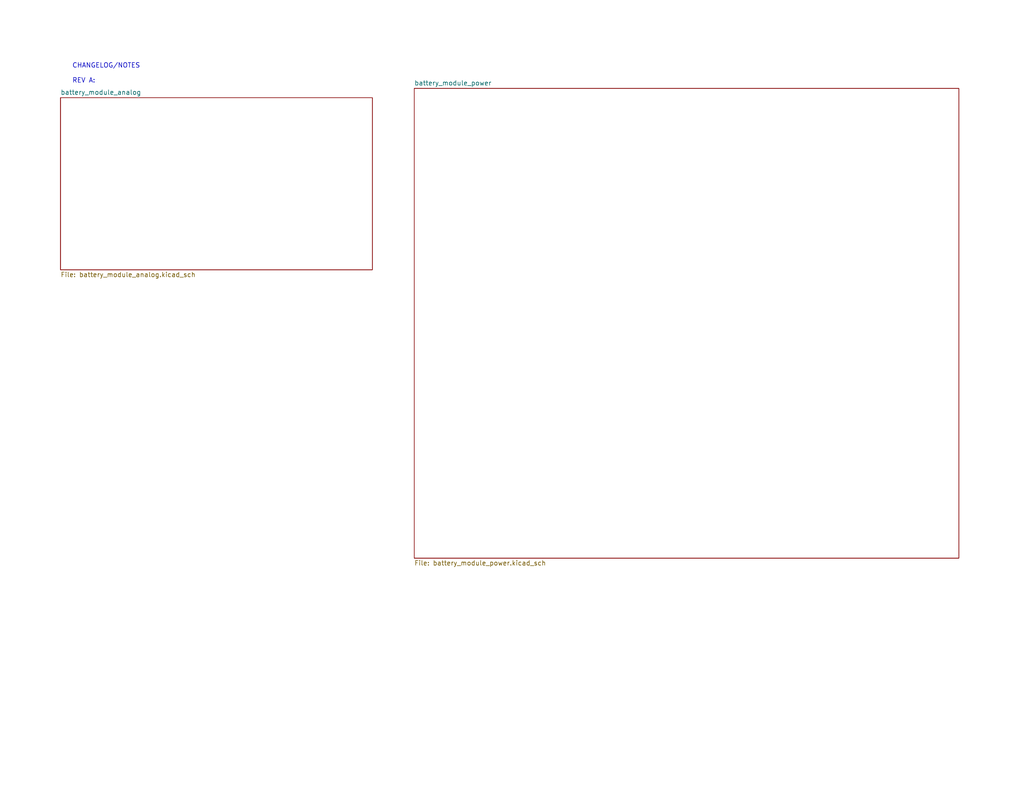
<source format=kicad_sch>
(kicad_sch
	(version 20231120)
	(generator "eeschema")
	(generator_version "8.0")
	(uuid "352d7abe-fc72-4473-8b68-62eecf44f496")
	(paper "USLetter")
	(title_block
		(title "Main")
	)
	(lib_symbols)
	(text "CHANGELOG/NOTES\n\nREV A: "
		(exclude_from_sim no)
		(at 19.685 22.86 0)
		(effects
			(font
				(size 1.27 1.27)
			)
			(justify left bottom)
		)
		(uuid "fba33dfb-ab80-431d-9e1c-7f90a16c8c17")
	)
	(sheet
		(at 113.03 24.13)
		(size 148.59 128.27)
		(fields_autoplaced yes)
		(stroke
			(width 0.1524)
			(type solid)
		)
		(fill
			(color 0 0 0 0.0000)
		)
		(uuid "8db93a2a-62fc-431e-980a-01e29b37dd8a")
		(property "Sheetname" "battery_module_power"
			(at 113.03 23.4184 0)
			(effects
				(font
					(size 1.27 1.27)
				)
				(justify left bottom)
			)
		)
		(property "Sheetfile" "battery_module_power.kicad_sch"
			(at 113.03 152.9846 0)
			(effects
				(font
					(size 1.27 1.27)
				)
				(justify left top)
			)
		)
		(instances
			(project "SurgicalLightBatteryModule"
				(path "/352d7abe-fc72-4473-8b68-62eecf44f496"
					(page "3")
				)
			)
		)
	)
	(sheet
		(at 16.51 26.67)
		(size 85.09 46.99)
		(fields_autoplaced yes)
		(stroke
			(width 0.1524)
			(type solid)
		)
		(fill
			(color 0 0 0 0.0000)
		)
		(uuid "9e5105b1-8c1f-4649-b5a7-96458368c4ee")
		(property "Sheetname" "battery_module_analog"
			(at 16.51 25.9584 0)
			(effects
				(font
					(size 1.27 1.27)
				)
				(justify left bottom)
			)
		)
		(property "Sheetfile" "battery_module_analog.kicad_sch"
			(at 16.51 74.2446 0)
			(effects
				(font
					(size 1.27 1.27)
				)
				(justify left top)
			)
		)
		(instances
			(project "SurgicalLightBatteryModule"
				(path "/352d7abe-fc72-4473-8b68-62eecf44f496"
					(page "2")
				)
			)
		)
	)
	(sheet_instances
		(path "/"
			(page "1")
		)
	)
)
</source>
